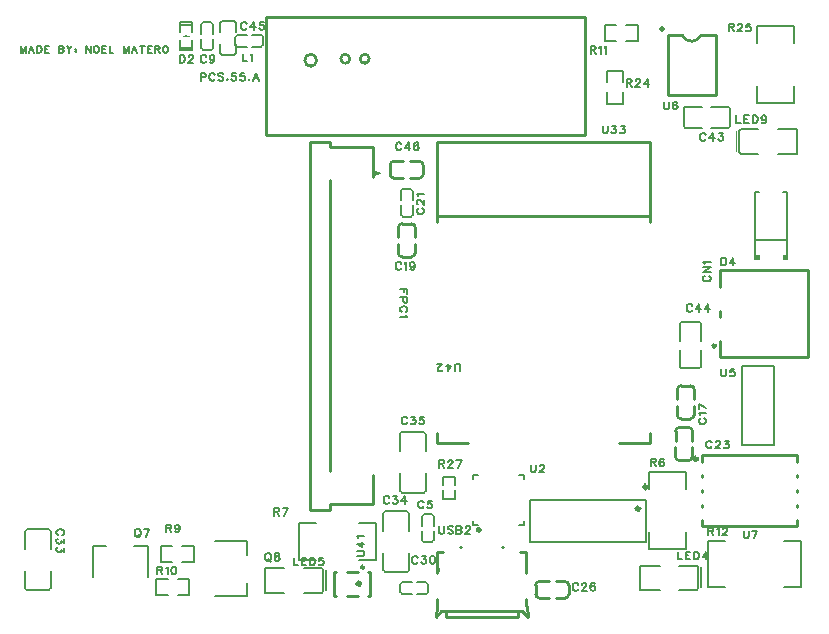
<source format=gto>
G04 Layer: TopSilkscreenLayer*
G04 EasyEDA Pro v2.1.49.573a4102.674264, 2024-03-06 21:11:32*
G04 Gerber Generator version 0.3*
G04 Scale: 100 percent, Rotated: No, Reflected: No*
G04 Dimensions in millimeters*
G04 Leading zeros omitted, absolute positions, 3 integers and 5 decimals*
G04 Panelize: V-CUT, Column: 2, Row: 2, Board Size: 105.286mm x 50.038mm, Panelized Board Size: 174.323mm x 101.42mm, Panelized Method: Only Board Outline*
%FSLAX35Y35*%
%MOMM*%
%ADD10C,0.15*%
%ADD11C,0.1524*%
%ADD12C,0.254*%
%ADD13C,0.2*%
%ADD14C,0.15199*%
%ADD15C,0.051*%
%ADD16C,0.3027*%
%ADD17C,0.3*%
G75*


G04 Text Start*
G54D10*
G01X1938020Y4717288D02*
G01X1938020Y4661662D01*
G01X1938020Y4717288D02*
G01X1959102Y4661662D01*
G01X1980438Y4717288D02*
G01X1959102Y4661662D01*
G01X1980438Y4717288D02*
G01X1980438Y4661662D01*
G01X2029460Y4717288D02*
G01X2008124Y4661662D01*
G01X2029460Y4717288D02*
G01X2050796Y4661662D01*
G01X2016252Y4680204D02*
G01X2042668Y4680204D01*
G01X2078482Y4717288D02*
G01X2078482Y4661662D01*
G01X2078482Y4717288D02*
G01X2097024Y4717288D01*
G01X2105152Y4714748D01*
G01X2110486Y4709414D01*
G01X2113026Y4704080D01*
G01X2115820Y4696206D01*
G01Y4682744D01*
G01X2113026Y4674870D01*
G01X2110486Y4669536D01*
G01X2105152Y4664202D01*
G01X2097024Y4661662D01*
G01X2078482D01*
G01X2143506Y4717288D02*
G01X2143506Y4661662D01*
G01X2143506Y4717288D02*
G01X2178050Y4717288D01*
G01X2143506Y4690872D02*
G01X2164842Y4690872D01*
G01X2143506Y4661662D02*
G01X2178050Y4661662D01*
G01X2265426Y4717288D02*
G01X2265426Y4661662D01*
G01X2265426Y4717288D02*
G01X2289302Y4717288D01*
G01X2297176Y4714748D01*
G01X2299716Y4711954D01*
G01X2302510Y4706874D01*
G01Y4701540D01*
G01X2299716Y4696206D01*
G01X2297176Y4693412D01*
G01X2289302Y4690872D01*
G01X2265426Y4690872D02*
G01X2289302Y4690872D01*
G01X2297176Y4688078D01*
G01X2299716Y4685538D01*
G01X2302510Y4680204D01*
G01Y4672330D01*
G01X2299716Y4666996D01*
G01X2297176Y4664202D01*
G01X2289302Y4661662D01*
G01X2265426D01*
G01X2330196Y4717288D02*
G01X2351532Y4690872D01*
G01Y4661662D01*
G01X2372868Y4717288D02*
G01X2351532Y4690872D01*
G01X2403348Y4693412D02*
G01X2400554Y4690872D01*
G01X2403348Y4688078D01*
G01X2405888Y4690872D01*
G01X2403348Y4693412D01*
G01X2403348Y4674870D02*
G01X2400554Y4672330D01*
G01X2403348Y4669536D01*
G01X2405888Y4672330D01*
G01X2403348Y4674870D01*
G01X2493264Y4717288D02*
G01X2493264Y4661662D01*
G01X2493264Y4717288D02*
G01X2530348Y4661662D01*
G01X2530348Y4717288D02*
G01X2530348Y4661662D01*
G01X2574036Y4717288D02*
G01X2568702Y4714748D01*
G01X2563368Y4709414D01*
G01X2560828Y4704080D01*
G01X2558034Y4696206D01*
G01Y4682744D01*
G01X2560828Y4674870D01*
G01X2563368Y4669536D01*
G01X2568702Y4664202D01*
G01X2574036Y4661662D01*
G01X2584704D01*
G01X2590038Y4664202D01*
G01X2595372Y4669536D01*
G01X2597912Y4674870D01*
G01X2600706Y4682744D01*
G01Y4696206D01*
G01X2597912Y4704080D01*
G01X2595372Y4709414D01*
G01X2590038Y4714748D01*
G01X2584704Y4717288D01*
G01X2574036D01*
G01X2628392Y4717288D02*
G01X2628392Y4661662D01*
G01X2628392Y4717288D02*
G01X2662936Y4717288D01*
G01X2628392Y4690872D02*
G01X2649728Y4690872D01*
G01X2628392Y4661662D02*
G01X2662936Y4661662D01*
G01X2690622Y4717288D02*
G01X2690622Y4661662D01*
G01X2690622Y4661662D02*
G01X2722626Y4661662D01*
G01X2810002Y4717288D02*
G01X2810002Y4661662D01*
G01X2810002Y4717288D02*
G01X2831084Y4661662D01*
G01X2852420Y4717288D02*
G01X2831084Y4661662D01*
G01X2852420Y4717288D02*
G01X2852420Y4661662D01*
G01X2901442Y4717288D02*
G01X2880106Y4661662D01*
G01X2901442Y4717288D02*
G01X2922778Y4661662D01*
G01X2888234Y4680204D02*
G01X2914650Y4680204D01*
G01X2969006Y4717288D02*
G01X2969006Y4661662D01*
G01X2950464Y4717288D02*
G01X2987802Y4717288D01*
G01X3015488Y4717288D02*
G01X3015488Y4661662D01*
G01X3015488Y4717288D02*
G01X3050032Y4717288D01*
G01X3015488Y4690872D02*
G01X3036824Y4690872D01*
G01X3015488Y4661662D02*
G01X3050032Y4661662D01*
G01X3077718Y4717288D02*
G01X3077718Y4661662D01*
G01X3077718Y4717288D02*
G01X3101594Y4717288D01*
G01X3109722Y4714748D01*
G01X3112262Y4711954D01*
G01X3115056Y4706874D01*
G01Y4701540D01*
G01X3112262Y4696206D01*
G01X3109722Y4693412D01*
G01X3101594Y4690872D01*
G01X3077718D01*
G01X3096260Y4690872D02*
G01X3115056Y4661662D01*
G01X3158744Y4717288D02*
G01X3153410Y4714748D01*
G01X3148076Y4709414D01*
G01X3145536Y4704080D01*
G01X3142742Y4696206D01*
G01Y4682744D01*
G01X3145536Y4674870D01*
G01X3148076Y4669536D01*
G01X3153410Y4664202D01*
G01X3158744Y4661662D01*
G01X3169412D01*
G01X3174746Y4664202D01*
G01X3180080Y4669536D01*
G01X3182620Y4674870D01*
G01X3185414Y4682744D01*
G01Y4696206D01*
G01X3182620Y4704080D01*
G01X3180080Y4709414D01*
G01X3174746Y4714748D01*
G01X3169412Y4717288D01*
G01X3158744D01*
G54D11*
G01X5212334Y2659380D02*
G01X5147310Y2659380D01*
G01X5212334Y2659380D02*
G01X5212334Y2619248D01*
G01X5181346Y2659380D02*
G01X5181346Y2634488D01*
G01X5212334Y2589022D02*
G01X5147310Y2589022D01*
G01X5212334Y2589022D02*
G01X5212334Y2561336D01*
G01X5209286Y2551938D01*
G01X5206238Y2548890D01*
G01X5199888Y2545842D01*
G01X5190744D01*
G01X5184648Y2548890D01*
G01X5181346Y2551938D01*
G01X5178298Y2561336D01*
G01Y2589022D01*
G01X5196840Y2469388D02*
G01X5203190Y2472436D01*
G01X5209286Y2478532D01*
G01X5212334Y2484882D01*
G01Y2497074D01*
G01X5209286Y2503424D01*
G01X5203190Y2509520D01*
G01X5196840Y2512568D01*
G01X5187696Y2515616D01*
G01X5172202D01*
G01X5162804Y2512568D01*
G01X5156708Y2509520D01*
G01X5150358Y2503424D01*
G01X5147310Y2497074D01*
G01Y2484882D01*
G01X5150358Y2478532D01*
G01X5156708Y2472436D01*
G01X5162804Y2469388D01*
G01X5199888Y2439162D02*
G01X5203190Y2433066D01*
G01X5212334Y2423922D01*
G01X5147310D01*
G01X6256020Y1173734D02*
G01X6256020Y1127252D01*
G01X6259068Y1118108D01*
G01X6265418Y1111758D01*
G01X6274562Y1108710D01*
G01X6280912D01*
G01X6290056Y1111758D01*
G01X6296152Y1118108D01*
G01X6299454Y1127252D01*
G01Y1173734D01*
G01X6332728Y1158240D02*
G01X6332728Y1161288D01*
G01X6335776Y1167638D01*
G01X6338824Y1170686D01*
G01X6344920Y1173734D01*
G01X6357366D01*
G01X6363716Y1170686D01*
G01X6366764Y1167638D01*
G01X6369812Y1161288D01*
G01Y1155192D01*
G01X6366764Y1149096D01*
G01X6360414Y1139698D01*
G01X6329680Y1108710D01*
G01X6372860D01*
G01X5481320Y653034D02*
G01X5481320Y606552D01*
G01X5484368Y597408D01*
G01X5490718Y591058D01*
G01X5499862Y588010D01*
G01X5506212D01*
G01X5515356Y591058D01*
G01X5521452Y597408D01*
G01X5524754Y606552D01*
G01Y653034D01*
G01X5598160Y643890D02*
G01X5592064Y649986D01*
G01X5582666Y653034D01*
G01X5570220D01*
G01X5561076Y649986D01*
G01X5554980Y643890D01*
G01Y637540D01*
G01X5558028Y631444D01*
G01X5561076Y628396D01*
G01X5567172Y625348D01*
G01X5585714Y618998D01*
G01X5592064Y615950D01*
G01X5595112Y612902D01*
G01X5598160Y606552D01*
G01Y597408D01*
G01X5592064Y591058D01*
G01X5582666Y588010D01*
G01X5570220D01*
G01X5561076Y591058D01*
G01X5554980Y597408D01*
G01X5628386Y653034D02*
G01X5628386Y588010D01*
G01X5628386Y653034D02*
G01X5656072Y653034D01*
G01X5665470Y649986D01*
G01X5668518Y646938D01*
G01X5671566Y640588D01*
G01Y634492D01*
G01X5668518Y628396D01*
G01X5665470Y625348D01*
G01X5656072Y622046D01*
G01X5628386Y622046D02*
G01X5656072Y622046D01*
G01X5665470Y618998D01*
G01X5668518Y615950D01*
G01X5671566Y609854D01*
G01Y600456D01*
G01X5668518Y594360D01*
G01X5665470Y591058D01*
G01X5656072Y588010D01*
G01X5628386D01*
G01X5704840Y637540D02*
G01X5704840Y640588D01*
G01X5707888Y646938D01*
G01X5710936Y649986D01*
G01X5717032Y653034D01*
G01X5729478D01*
G01X5735828Y649986D01*
G01X5738876Y646938D01*
G01X5741924Y640588D01*
G01Y634492D01*
G01X5738876Y628396D01*
G01X5732526Y618998D01*
G01X5701792Y588010D01*
G01X5744972D01*
G01X7731760Y2771902D02*
G01X7725410Y2768854D01*
G01X7719314Y2762504D01*
G01X7716266Y2756408D01*
G01Y2743962D01*
G01X7719314Y2737866D01*
G01X7725410Y2731516D01*
G01X7731760Y2728468D01*
G01X7740904Y2725420D01*
G01X7756398D01*
G01X7765796Y2728468D01*
G01X7771892Y2731516D01*
G01X7778242Y2737866D01*
G01X7781290Y2743962D01*
G01Y2756408D01*
G01X7778242Y2762504D01*
G01X7771892Y2768854D01*
G01X7765796Y2771902D01*
G01X7716266Y2802128D02*
G01X7781290Y2802128D01*
G01X7716266Y2802128D02*
G01X7781290Y2845308D01*
G01X7716266Y2845308D02*
G01X7781290Y2845308D01*
G01X7728712Y2875534D02*
G01X7725410Y2881630D01*
G01X7716266Y2890774D01*
G01X7781290D01*
G01X7868920Y1986534D02*
G01X7868920Y1940052D01*
G01X7871968Y1930908D01*
G01X7878318Y1924558D01*
G01X7887462Y1921510D01*
G01X7893812D01*
G01X7902956Y1924558D01*
G01X7909052Y1930908D01*
G01X7912354Y1940052D01*
G01Y1986534D01*
G01X7979664Y1986534D02*
G01X7948676Y1986534D01*
G01X7945628Y1958848D01*
G01X7948676Y1961896D01*
G01X7957820Y1964944D01*
G01X7967218D01*
G01X7976616Y1961896D01*
G01X7982712Y1955546D01*
G01X7985760Y1946402D01*
G01Y1940052D01*
G01X7982712Y1930908D01*
G01X7976616Y1924558D01*
G01X7967218Y1921510D01*
G01X7957820D01*
G01X7948676Y1924558D01*
G01X7945628Y1927860D01*
G01X7942580Y1933956D01*
G01X7386320Y4247134D02*
G01X7386320Y4200652D01*
G01X7389368Y4191508D01*
G01X7395718Y4185158D01*
G01X7404862Y4182110D01*
G01X7411212D01*
G01X7420356Y4185158D01*
G01X7426452Y4191508D01*
G01X7429754Y4200652D01*
G01Y4247134D01*
G01X7497064Y4237990D02*
G01X7494016Y4244086D01*
G01X7484618Y4247134D01*
G01X7478522D01*
G01X7469124Y4244086D01*
G01X7463028Y4234688D01*
G01X7459980Y4219448D01*
G01Y4203954D01*
G01X7463028Y4191508D01*
G01X7469124Y4185158D01*
G01X7478522Y4182110D01*
G01X7481570D01*
G01X7490714Y4185158D01*
G01X7497064Y4191508D01*
G01X7500112Y4200652D01*
G01Y4203954D01*
G01X7497064Y4213098D01*
G01X7490714Y4219448D01*
G01X7481570Y4222496D01*
G01X7478522D01*
G01X7469124Y4219448D01*
G01X7463028Y4213098D01*
G01X7459980Y4203954D01*
G01X7500620Y437134D02*
G01X7500620Y372110D01*
G01X7500620Y372110D02*
G01X7537704Y372110D01*
G01X7567930Y437134D02*
G01X7567930Y372110D01*
G01X7567930Y437134D02*
G01X7608062Y437134D01*
G01X7567930Y406146D02*
G01X7592568Y406146D01*
G01X7567930Y372110D02*
G01X7608062Y372110D01*
G01X7638288Y437134D02*
G01X7638288Y372110D01*
G01X7638288Y437134D02*
G01X7659878Y437134D01*
G01X7669022Y434086D01*
G01X7675372Y427990D01*
G01X7678420Y421640D01*
G01X7681468Y412496D01*
G01Y397002D01*
G01X7678420Y387604D01*
G01X7675372Y381508D01*
G01X7669022Y375158D01*
G01X7659878Y372110D01*
G01X7638288D01*
G01X7742428Y437134D02*
G01X7711694Y393954D01*
G01X7757922D01*
G01X7742428Y437134D02*
G01X7742428Y372110D01*
G01X7272020Y1224534D02*
G01X7272020Y1159510D01*
G01X7272020Y1224534D02*
G01X7299960Y1224534D01*
G01X7309104Y1221486D01*
G01X7312152Y1218438D01*
G01X7315454Y1212088D01*
G01Y1205992D01*
G01X7312152Y1199896D01*
G01X7309104Y1196848D01*
G01X7299960Y1193546D01*
G01X7272020D01*
G01X7293610Y1193546D02*
G01X7315454Y1159510D01*
G01X7382764Y1215390D02*
G01X7379716Y1221486D01*
G01X7370318Y1224534D01*
G01X7364222D01*
G01X7354824Y1221486D01*
G01X7348728Y1212088D01*
G01X7345680Y1196848D01*
G01Y1181354D01*
G01X7348728Y1168908D01*
G01X7354824Y1162558D01*
G01X7364222Y1159510D01*
G01X7367270D01*
G01X7376414Y1162558D01*
G01X7382764Y1168908D01*
G01X7385812Y1178052D01*
G01Y1181354D01*
G01X7382764Y1190498D01*
G01X7376414Y1196848D01*
G01X7367270Y1199896D01*
G01X7364222D01*
G01X7354824Y1196848D01*
G01X7348728Y1190498D01*
G01X7345680Y1181354D01*
G01X4084320Y805434D02*
G01X4084320Y740410D01*
G01X4084320Y805434D02*
G01X4112260Y805434D01*
G01X4121404Y802386D01*
G01X4124452Y799338D01*
G01X4127754Y792988D01*
G01Y786892D01*
G01X4124452Y780796D01*
G01X4121404Y777748D01*
G01X4112260Y774446D01*
G01X4084320D01*
G01X4105910Y774446D02*
G01X4127754Y740410D01*
G01X4201160Y805434D02*
G01X4170172Y740410D01*
G01X4157980Y805434D02*
G01X4201160Y805434D01*
G01X4249420Y386334D02*
G01X4249420Y321310D01*
G01X4249420Y321310D02*
G01X4286504Y321310D01*
G01X4316730Y386334D02*
G01X4316730Y321310D01*
G01X4316730Y386334D02*
G01X4356862Y386334D01*
G01X4316730Y355346D02*
G01X4341368Y355346D01*
G01X4316730Y321310D02*
G01X4356862Y321310D01*
G01X4387088Y386334D02*
G01X4387088Y321310D01*
G01X4387088Y386334D02*
G01X4408678Y386334D01*
G01X4417822Y383286D01*
G01X4424172Y377190D01*
G01X4427220Y370840D01*
G01X4430268Y361696D01*
G01Y346202D01*
G01X4427220Y336804D01*
G01X4424172Y330708D01*
G01X4417822Y324358D01*
G01X4408678Y321310D01*
G01X4387088D01*
G01X4497578Y386334D02*
G01X4466590Y386334D01*
G01X4463542Y358648D01*
G01X4466590Y361696D01*
G01X4475734Y364744D01*
G01X4485132D01*
G01X4494530Y361696D01*
G01X4500626Y355346D01*
G01X4503674Y346202D01*
G01Y339852D01*
G01X4500626Y330708D01*
G01X4494530Y324358D01*
G01X4485132Y321310D01*
G01X4475734D01*
G01X4466590Y324358D01*
G01X4463542Y327660D01*
G01X4460494Y333756D01*
G01X8059420Y614934D02*
G01X8059420Y568452D01*
G01X8062468Y559308D01*
G01X8068818Y552958D01*
G01X8077962Y549910D01*
G01X8084312D01*
G01X8093456Y552958D01*
G01X8099552Y559308D01*
G01X8102854Y568452D01*
G01Y614934D01*
G01X8176260Y614934D02*
G01X8145272Y549910D01*
G01X8133080Y614934D02*
G01X8176260Y614934D01*
G01X2922524Y628396D02*
G01X2916428Y625348D01*
G01X2910078Y619252D01*
G01X2907030Y612902D01*
G01X2903982Y603758D01*
G01Y588264D01*
G01X2907030Y578866D01*
G01X2910078Y572770D01*
G01X2916428Y566420D01*
G01X2922524Y563372D01*
G01X2934970D01*
G01X2941066Y566420D01*
G01X2947416Y572770D01*
G01X2950464Y578866D01*
G01X2953512Y588264D01*
G01Y603758D01*
G01X2950464Y612902D01*
G01X2947416Y619252D01*
G01X2941066Y625348D01*
G01X2934970Y628396D01*
G01X2922524D01*
G01X2931922Y575818D02*
G01X2950464Y557276D01*
G01X3026918Y628396D02*
G01X2995930Y563372D01*
G01X2983738Y628396D02*
G01X3026918Y628396D01*
G01X3169920Y665734D02*
G01X3169920Y600710D01*
G01X3169920Y665734D02*
G01X3197860Y665734D01*
G01X3207004Y662686D01*
G01X3210052Y659638D01*
G01X3213354Y653288D01*
G01Y647192D01*
G01X3210052Y641096D01*
G01X3207004Y638048D01*
G01X3197860Y634746D01*
G01X3169920D01*
G01X3191510Y634746D02*
G01X3213354Y600710D01*
G01X3283712Y644144D02*
G01X3280664Y634746D01*
G01X3274314Y628650D01*
G01X3265170Y625602D01*
G01X3262122D01*
G01X3252724Y628650D01*
G01X3246628Y634746D01*
G01X3243580Y644144D01*
G01Y647192D01*
G01X3246628Y656590D01*
G01X3252724Y662686D01*
G01X3262122Y665734D01*
G01X3265170D01*
G01X3274314Y662686D01*
G01X3280664Y656590D01*
G01X3283712Y644144D01*
G01Y628650D01*
G01X3280664Y613156D01*
G01X3274314Y603758D01*
G01X3265170Y600710D01*
G01X3258820D01*
G01X3249676Y603758D01*
G01X3246628Y610108D01*
G01X3093720Y310134D02*
G01X3093720Y245110D01*
G01X3093720Y310134D02*
G01X3121660Y310134D01*
G01X3130804Y307086D01*
G01X3133852Y304038D01*
G01X3137154Y297688D01*
G01Y291592D01*
G01X3133852Y285496D01*
G01X3130804Y282448D01*
G01X3121660Y279146D01*
G01X3093720D01*
G01X3115310Y279146D02*
G01X3137154Y245110D01*
G01X3167380Y297688D02*
G01X3173476Y300990D01*
G01X3182620Y310134D01*
G01Y245110D01*
G01X3231388Y310134D02*
G01X3221990Y307086D01*
G01X3215894Y297688D01*
G01X3212846Y282448D01*
G01Y273050D01*
G01X3215894Y257556D01*
G01X3221990Y248158D01*
G01X3231388Y245110D01*
G01X3237484D01*
G01X3246882Y248158D01*
G01X3252978Y257556D01*
G01X3256026Y273050D01*
G01Y282448D01*
G01X3252978Y297688D01*
G01X3246882Y307086D01*
G01X3237484Y310134D01*
G01X3231388D01*
G01X5350002Y853440D02*
G01X5346954Y859790D01*
G01X5340604Y865886D01*
G01X5334508Y868934D01*
G01X5322062D01*
G01X5315966Y865886D01*
G01X5309616Y859790D01*
G01X5306568Y853440D01*
G01X5303520Y844296D01*
G01Y828802D01*
G01X5306568Y819404D01*
G01X5309616Y813308D01*
G01X5315966Y806958D01*
G01X5322062Y803910D01*
G01X5334508D01*
G01X5340604Y806958D01*
G01X5346954Y813308D01*
G01X5350002Y819404D01*
G01X5417312Y868934D02*
G01X5386324Y868934D01*
G01X5383276Y841248D01*
G01X5386324Y844296D01*
G01X5395468Y847344D01*
G01X5404866D01*
G01X5414264Y844296D01*
G01X5420360Y837946D01*
G01X5423408Y828802D01*
G01Y822452D01*
G01X5420360Y813308D01*
G01X5414264Y806958D01*
G01X5404866Y803910D01*
G01X5395468D01*
G01X5386324Y806958D01*
G01X5383276Y810260D01*
G01X5380228Y816356D01*
G01X4026662Y424434D02*
G01X4020566Y421386D01*
G01X4014216Y415290D01*
G01X4011168Y408940D01*
G01X4008120Y399796D01*
G01Y384302D01*
G01X4011168Y374904D01*
G01X4014216Y368808D01*
G01X4020566Y362458D01*
G01X4026662Y359410D01*
G01X4039108D01*
G01X4045204Y362458D01*
G01X4051554Y368808D01*
G01X4054602Y374904D01*
G01X4057650Y384302D01*
G01Y399796D01*
G01X4054602Y408940D01*
G01X4051554Y415290D01*
G01X4045204Y421386D01*
G01X4039108Y424434D01*
G01X4026662D01*
G01X4036060Y371856D02*
G01X4054602Y353314D01*
G01X4103116Y424434D02*
G01X4093972Y421386D01*
G01X4090924Y415290D01*
G01Y408940D01*
G01X4093972Y402844D01*
G01X4100068Y399796D01*
G01X4112514Y396748D01*
G01X4121912Y393446D01*
G01X4128008Y387350D01*
G01X4131056Y381254D01*
G01Y371856D01*
G01X4128008Y365760D01*
G01X4124960Y362458D01*
G01X4115562Y359410D01*
G01X4103116D01*
G01X4093972Y362458D01*
G01X4090924Y365760D01*
G01X4087876Y371856D01*
G01Y381254D01*
G01X4090924Y387350D01*
G01X4097020Y393446D01*
G01X4106418Y396748D01*
G01X4118610Y399796D01*
G01X4124960Y402844D01*
G01X4128008Y408940D01*
G01Y415290D01*
G01X4124960Y421386D01*
G01X4115562Y424434D01*
G01X4103116D01*
G01X6764020Y4717034D02*
G01X6764020Y4652010D01*
G01X6764020Y4717034D02*
G01X6791960Y4717034D01*
G01X6801104Y4713986D01*
G01X6804152Y4710938D01*
G01X6807454Y4704588D01*
G01Y4698492D01*
G01X6804152Y4692396D01*
G01X6801104Y4689348D01*
G01X6791960Y4686046D01*
G01X6764020D01*
G01X6785610Y4686046D02*
G01X6807454Y4652010D01*
G01X6837680Y4704588D02*
G01X6843776Y4707890D01*
G01X6852920Y4717034D01*
G01Y4652010D01*
G01X6883146Y4704588D02*
G01X6889242Y4707890D01*
G01X6898386Y4717034D01*
G01Y4652010D01*
G01X6865620Y4043934D02*
G01X6865620Y3997452D01*
G01X6868668Y3988308D01*
G01X6875018Y3981958D01*
G01X6884162Y3978910D01*
G01X6890512D01*
G01X6899656Y3981958D01*
G01X6905752Y3988308D01*
G01X6909054Y3997452D01*
G01Y4043934D01*
G01X6945376Y4043934D02*
G01X6979412Y4043934D01*
G01X6960870Y4019296D01*
G01X6970014D01*
G01X6976364Y4016248D01*
G01X6979412Y4012946D01*
G01X6982460Y4003802D01*
G01Y3997452D01*
G01X6979412Y3988308D01*
G01X6973316Y3981958D01*
G01X6963918Y3978910D01*
G01X6954520D01*
G01X6945376Y3981958D01*
G01X6942328Y3985260D01*
G01X6939280Y3991356D01*
G01X7018782Y4043934D02*
G01X7052818Y4043934D01*
G01X7034276Y4019296D01*
G01X7043420D01*
G01X7049770Y4016248D01*
G01X7052818Y4012946D01*
G01X7055866Y4003802D01*
G01Y3997452D01*
G01X7052818Y3988308D01*
G01X7046722Y3981958D01*
G01X7037324Y3978910D01*
G01X7027926D01*
G01X7018782Y3981958D01*
G01X7015734Y3985260D01*
G01X7012686Y3991356D01*
G01X3462020Y4488434D02*
G01X3462020Y4423410D01*
G01X3462020Y4488434D02*
G01X3489960Y4488434D01*
G01X3499104Y4485386D01*
G01X3502152Y4482338D01*
G01X3505454Y4475988D01*
G01Y4466844D01*
G01X3502152Y4460748D01*
G01X3499104Y4457446D01*
G01X3489960Y4454398D01*
G01X3462020D01*
G01X3581908Y4472940D02*
G01X3578860Y4479290D01*
G01X3572764Y4485386D01*
G01X3566414Y4488434D01*
G01X3554222D01*
G01X3547872Y4485386D01*
G01X3541776Y4479290D01*
G01X3538728Y4472940D01*
G01X3535680Y4463796D01*
G01Y4448302D01*
G01X3538728Y4438904D01*
G01X3541776Y4432808D01*
G01X3547872Y4426458D01*
G01X3554222Y4423410D01*
G01X3566414D01*
G01X3572764Y4426458D01*
G01X3578860Y4432808D01*
G01X3581908Y4438904D01*
G01X3655314Y4479290D02*
G01X3649218Y4485386D01*
G01X3639820Y4488434D01*
G01X3627374D01*
G01X3618230Y4485386D01*
G01X3612134Y4479290D01*
G01Y4472940D01*
G01X3615182Y4466844D01*
G01X3618230Y4463796D01*
G01X3624326Y4460748D01*
G01X3642868Y4454398D01*
G01X3649218Y4451350D01*
G01X3652266Y4448302D01*
G01X3655314Y4441952D01*
G01Y4432808D01*
G01X3649218Y4426458D01*
G01X3639820Y4423410D01*
G01X3627374D01*
G01X3618230Y4426458D01*
G01X3612134Y4432808D01*
G01X3688588Y4438904D02*
G01X3685540Y4435856D01*
G01X3688588Y4432808D01*
G01X3691636Y4435856D01*
G01X3688588Y4438904D01*
G01X3758946Y4488434D02*
G01X3727958Y4488434D01*
G01X3724910Y4460748D01*
G01X3727958Y4463796D01*
G01X3737102Y4466844D01*
G01X3746500D01*
G01X3755898Y4463796D01*
G01X3761994Y4457446D01*
G01X3765042Y4448302D01*
G01Y4441952D01*
G01X3761994Y4432808D01*
G01X3755898Y4426458D01*
G01X3746500Y4423410D01*
G01X3737102D01*
G01X3727958Y4426458D01*
G01X3724910Y4429760D01*
G01X3721862Y4435856D01*
G01X3832352Y4488434D02*
G01X3801364Y4488434D01*
G01X3798316Y4460748D01*
G01X3801364Y4463796D01*
G01X3810508Y4466844D01*
G01X3819906D01*
G01X3829304Y4463796D01*
G01X3835400Y4457446D01*
G01X3838448Y4448302D01*
G01Y4441952D01*
G01X3835400Y4432808D01*
G01X3829304Y4426458D01*
G01X3819906Y4423410D01*
G01X3810508D01*
G01X3801364Y4426458D01*
G01X3798316Y4429760D01*
G01X3795268Y4435856D01*
G01X3871722Y4438904D02*
G01X3868674Y4435856D01*
G01X3871722Y4432808D01*
G01X3874770Y4435856D01*
G01X3871722Y4438904D01*
G01X3929634Y4488434D02*
G01X3904996Y4423410D01*
G01X3929634Y4488434D02*
G01X3954526Y4423410D01*
G01X3914140Y4445254D02*
G01X3945128Y4445254D01*
G01X3508502Y4625340D02*
G01X3505454Y4631690D01*
G01X3499104Y4637786D01*
G01X3493008Y4640834D01*
G01X3480562D01*
G01X3474466Y4637786D01*
G01X3468116Y4631690D01*
G01X3465068Y4625340D01*
G01X3462020Y4616196D01*
G01Y4600702D01*
G01X3465068Y4591304D01*
G01X3468116Y4585208D01*
G01X3474466Y4578858D01*
G01X3480562Y4575810D01*
G01X3493008D01*
G01X3499104Y4578858D01*
G01X3505454Y4585208D01*
G01X3508502Y4591304D01*
G01X3578860Y4619244D02*
G01X3575812Y4609846D01*
G01X3569462Y4603750D01*
G01X3560318Y4600702D01*
G01X3557270D01*
G01X3547872Y4603750D01*
G01X3541776Y4609846D01*
G01X3538728Y4619244D01*
G01Y4622292D01*
G01X3541776Y4631690D01*
G01X3547872Y4637786D01*
G01X3557270Y4640834D01*
G01X3560318D01*
G01X3569462Y4637786D01*
G01X3575812Y4631690D01*
G01X3578860Y4619244D01*
G01Y4603750D01*
G01X3575812Y4588256D01*
G01X3569462Y4578858D01*
G01X3560318Y4575810D01*
G01X3553968D01*
G01X3544824Y4578858D01*
G01X3541776Y4585208D01*
G01X3817620Y4653534D02*
G01X3817620Y4588510D01*
G01X3817620Y4588510D02*
G01X3854704Y4588510D01*
G01X3884930Y4641088D02*
G01X3891026Y4644390D01*
G01X3900170Y4653534D01*
G01Y4588510D01*
G01X3284220Y4640834D02*
G01X3284220Y4575810D01*
G01X3284220Y4640834D02*
G01X3305810Y4640834D01*
G01X3315208Y4637786D01*
G01X3321304Y4631690D01*
G01X3324352Y4625340D01*
G01X3327654Y4616196D01*
G01Y4600702D01*
G01X3324352Y4591304D01*
G01X3321304Y4585208D01*
G01X3315208Y4578858D01*
G01X3305810Y4575810D01*
G01X3284220D01*
G01X3360928Y4625340D02*
G01X3360928Y4628388D01*
G01X3363976Y4634738D01*
G01X3367024Y4637786D01*
G01X3373120Y4640834D01*
G01X3385566D01*
G01X3391916Y4637786D01*
G01X3394964Y4634738D01*
G01X3398012Y4628388D01*
G01Y4622292D01*
G01X3394964Y4616196D01*
G01X3388614Y4606798D01*
G01X3357880Y4575810D01*
G01X3401060D01*
G01X7998224Y4130017D02*
G01X7998224Y4064993D01*
G01X7998224Y4064993D02*
G01X8035308Y4064993D01*
G01X8065534Y4130017D02*
G01X8065534Y4064993D01*
G01X8065534Y4130017D02*
G01X8105666Y4130017D01*
G01X8065534Y4099029D02*
G01X8090172Y4099029D01*
G01X8065534Y4064993D02*
G01X8105666Y4064993D01*
G01X8135892Y4130017D02*
G01X8135892Y4064993D01*
G01X8135892Y4130017D02*
G01X8157482Y4130017D01*
G01X8166626Y4126969D01*
G01X8172976Y4120873D01*
G01X8176024Y4114523D01*
G01X8179072Y4105379D01*
G01Y4089885D01*
G01X8176024Y4080487D01*
G01X8172976Y4074391D01*
G01X8166626Y4068041D01*
G01X8157482Y4064993D01*
G01X8135892D01*
G01X8249430Y4108427D02*
G01X8246382Y4099029D01*
G01X8240032Y4092933D01*
G01X8230888Y4089885D01*
G01X8227840D01*
G01X8218442Y4092933D01*
G01X8212346Y4099029D01*
G01X8209298Y4108427D01*
G01Y4111475D01*
G01X8212346Y4120873D01*
G01X8218442Y4126969D01*
G01X8227840Y4130017D01*
G01X8230888D01*
G01X8240032Y4126969D01*
G01X8246382Y4120873D01*
G01X8249430Y4108427D01*
G01Y4092933D01*
G01X8246382Y4077439D01*
G01X8240032Y4068041D01*
G01X8230888Y4064993D01*
G01X8224538D01*
G01X8215394Y4068041D01*
G01X8212346Y4074391D01*
G01X7932420Y4907534D02*
G01X7932420Y4842510D01*
G01X7932420Y4907534D02*
G01X7960360Y4907534D01*
G01X7969504Y4904486D01*
G01X7972552Y4901438D01*
G01X7975854Y4895088D01*
G01Y4888992D01*
G01X7972552Y4882896D01*
G01X7969504Y4879848D01*
G01X7960360Y4876546D01*
G01X7932420D01*
G01X7954010Y4876546D02*
G01X7975854Y4842510D01*
G01X8009128Y4892040D02*
G01X8009128Y4895088D01*
G01X8012176Y4901438D01*
G01X8015224Y4904486D01*
G01X8021320Y4907534D01*
G01X8033766D01*
G01X8040116Y4904486D01*
G01X8043164Y4901438D01*
G01X8046212Y4895088D01*
G01Y4888992D01*
G01X8043164Y4882896D01*
G01X8036814Y4873498D01*
G01X8006080Y4842510D01*
G01X8049260D01*
G01X8116570Y4907534D02*
G01X8085582Y4907534D01*
G01X8082534Y4879848D01*
G01X8085582Y4882896D01*
G01X8094726Y4885944D01*
G01X8104124D01*
G01X8113522Y4882896D01*
G01X8119618Y4876546D01*
G01X8122666Y4867402D01*
G01Y4861052D01*
G01X8119618Y4851908D01*
G01X8113522Y4845558D01*
G01X8104124Y4842510D01*
G01X8094726D01*
G01X8085582Y4845558D01*
G01X8082534Y4848860D01*
G01X8079486Y4854956D01*
G01X5159502Y2872740D02*
G01X5156454Y2879090D01*
G01X5150104Y2885186D01*
G01X5144008Y2888234D01*
G01X5131562D01*
G01X5125466Y2885186D01*
G01X5119116Y2879090D01*
G01X5116068Y2872740D01*
G01X5113020Y2863596D01*
G01Y2848102D01*
G01X5116068Y2838704D01*
G01X5119116Y2832608D01*
G01X5125466Y2826258D01*
G01X5131562Y2823210D01*
G01X5144008D01*
G01X5150104Y2826258D01*
G01X5156454Y2832608D01*
G01X5159502Y2838704D01*
G01X5189728Y2875788D02*
G01X5195824Y2879090D01*
G01X5204968Y2888234D01*
G01Y2823210D01*
G01X5275326Y2866644D02*
G01X5272278Y2857246D01*
G01X5265928Y2851150D01*
G01X5256784Y2848102D01*
G01X5253736D01*
G01X5244338Y2851150D01*
G01X5238242Y2857246D01*
G01X5235194Y2866644D01*
G01Y2869692D01*
G01X5238242Y2879090D01*
G01X5244338Y2885186D01*
G01X5253736Y2888234D01*
G01X5256784D01*
G01X5265928Y2885186D01*
G01X5272278Y2879090D01*
G01X5275326Y2866644D01*
G01Y2851150D01*
G01X5272278Y2835656D01*
G01X5265928Y2826258D01*
G01X5256784Y2823210D01*
G01X5250434D01*
G01X5241290Y2826258D01*
G01X5238242Y2832608D01*
G01X7693660Y1565402D02*
G01X7687310Y1562354D01*
G01X7681214Y1556004D01*
G01X7678166Y1549908D01*
G01Y1537462D01*
G01X7681214Y1531366D01*
G01X7687310Y1525016D01*
G01X7693660Y1521968D01*
G01X7702804Y1518920D01*
G01X7718298D01*
G01X7727696Y1521968D01*
G01X7733792Y1525016D01*
G01X7740142Y1531366D01*
G01X7743190Y1537462D01*
G01Y1549908D01*
G01X7740142Y1556004D01*
G01X7733792Y1562354D01*
G01X7727696Y1565402D01*
G01X7690612Y1595628D02*
G01X7687310Y1601724D01*
G01X7678166Y1610868D01*
G01X7743190D01*
G01X7678166Y1684274D02*
G01X7743190Y1653286D01*
G01X7678166Y1641094D02*
G01X7678166Y1684274D01*
G01X7068820Y4437634D02*
G01X7068820Y4372610D01*
G01X7068820Y4437634D02*
G01X7096760Y4437634D01*
G01X7105904Y4434586D01*
G01X7108952Y4431538D01*
G01X7112254Y4425188D01*
G01Y4419092D01*
G01X7108952Y4412996D01*
G01X7105904Y4409948D01*
G01X7096760Y4406646D01*
G01X7068820D01*
G01X7090410Y4406646D02*
G01X7112254Y4372610D01*
G01X7145528Y4422140D02*
G01X7145528Y4425188D01*
G01X7148576Y4431538D01*
G01X7151624Y4434586D01*
G01X7157720Y4437634D01*
G01X7170166D01*
G01X7176516Y4434586D01*
G01X7179564Y4431538D01*
G01X7182612Y4425188D01*
G01Y4419092D01*
G01X7179564Y4412996D01*
G01X7173214Y4403598D01*
G01X7142480Y4372610D01*
G01X7185660D01*
G01X7246620Y4437634D02*
G01X7215886Y4394454D01*
G01X7262114D01*
G01X7246620Y4437634D02*
G01X7246620Y4372610D01*
G01X5306060Y3343402D02*
G01X5299710Y3340354D01*
G01X5293614Y3334004D01*
G01X5290566Y3327908D01*
G01Y3315462D01*
G01X5293614Y3309366D01*
G01X5299710Y3303016D01*
G01X5306060Y3299968D01*
G01X5315204Y3296920D01*
G01X5330698D01*
G01X5340096Y3299968D01*
G01X5346192Y3303016D01*
G01X5352542Y3309366D01*
G01X5355590Y3315462D01*
G01Y3327908D01*
G01X5352542Y3334004D01*
G01X5346192Y3340354D01*
G01X5340096Y3343402D01*
G01X5306060Y3376676D02*
G01X5303012Y3376676D01*
G01X5296662Y3379724D01*
G01X5293614Y3382772D01*
G01X5290566Y3388868D01*
G01Y3401314D01*
G01X5293614Y3407664D01*
G01X5296662Y3410712D01*
G01X5303012Y3413760D01*
G01X5309108D01*
G01X5315204Y3410712D01*
G01X5324602Y3404362D01*
G01X5355590Y3373628D01*
G01Y3416808D01*
G01X5303012Y3447034D02*
G01X5299710Y3453130D01*
G01X5290566Y3462274D01*
G01X5355590D01*
G01X7759786Y640413D02*
G01X7759786Y575389D01*
G01X7759786Y640413D02*
G01X7787726Y640413D01*
G01X7796870Y637365D01*
G01X7799918Y634317D01*
G01X7803220Y627967D01*
G01Y621871D01*
G01X7799918Y615775D01*
G01X7796870Y612727D01*
G01X7787726Y609425D01*
G01X7759786D01*
G01X7781376Y609425D02*
G01X7803220Y575389D01*
G01X7833446Y627967D02*
G01X7839542Y631269D01*
G01X7848686Y640413D01*
G01Y575389D01*
G01X7881960Y624919D02*
G01X7881960Y627967D01*
G01X7885008Y634317D01*
G01X7888056Y637365D01*
G01X7894152Y640413D01*
G01X7906598D01*
G01X7912948Y637365D01*
G01X7915996Y634317D01*
G01X7919044Y627967D01*
G01Y621871D01*
G01X7915996Y615775D01*
G01X7909646Y606377D01*
G01X7878912Y575389D01*
G01X7922092D01*
G01X7788402Y1361440D02*
G01X7785354Y1367790D01*
G01X7779004Y1373886D01*
G01X7772908Y1376934D01*
G01X7760462D01*
G01X7754366Y1373886D01*
G01X7748016Y1367790D01*
G01X7744968Y1361440D01*
G01X7741920Y1352296D01*
G01Y1336802D01*
G01X7744968Y1327404D01*
G01X7748016Y1321308D01*
G01X7754366Y1314958D01*
G01X7760462Y1311910D01*
G01X7772908D01*
G01X7779004Y1314958D01*
G01X7785354Y1321308D01*
G01X7788402Y1327404D01*
G01X7821676Y1361440D02*
G01X7821676Y1364488D01*
G01X7824724Y1370838D01*
G01X7827772Y1373886D01*
G01X7833868Y1376934D01*
G01X7846314D01*
G01X7852664Y1373886D01*
G01X7855712Y1370838D01*
G01X7858760Y1364488D01*
G01Y1358392D01*
G01X7855712Y1352296D01*
G01X7849362Y1342898D01*
G01X7818628Y1311910D01*
G01X7861808D01*
G01X7898130Y1376934D02*
G01X7932166Y1376934D01*
G01X7913624Y1352296D01*
G01X7922768D01*
G01X7929118Y1349248D01*
G01X7932166Y1345946D01*
G01X7935214Y1336802D01*
G01Y1330452D01*
G01X7932166Y1321308D01*
G01X7926070Y1314958D01*
G01X7916672Y1311910D01*
G01X7907274D01*
G01X7898130Y1314958D01*
G01X7895082Y1318260D01*
G01X7892034Y1324356D01*
G01X6658102Y154940D02*
G01X6655054Y161290D01*
G01X6648704Y167386D01*
G01X6642608Y170434D01*
G01X6630162D01*
G01X6624066Y167386D01*
G01X6617716Y161290D01*
G01X6614668Y154940D01*
G01X6611620Y145796D01*
G01Y130302D01*
G01X6614668Y120904D01*
G01X6617716Y114808D01*
G01X6624066Y108458D01*
G01X6630162Y105410D01*
G01X6642608D01*
G01X6648704Y108458D01*
G01X6655054Y114808D01*
G01X6658102Y120904D01*
G01X6691376Y154940D02*
G01X6691376Y157988D01*
G01X6694424Y164338D01*
G01X6697472Y167386D01*
G01X6703568Y170434D01*
G01X6716014D01*
G01X6722364Y167386D01*
G01X6725412Y164338D01*
G01X6728460Y157988D01*
G01Y151892D01*
G01X6725412Y145796D01*
G01X6719062Y136398D01*
G01X6688328Y105410D01*
G01X6731508D01*
G01X6798818Y161290D02*
G01X6795770Y167386D01*
G01X6786372Y170434D01*
G01X6780276D01*
G01X6770878Y167386D01*
G01X6764782Y157988D01*
G01X6761734Y142748D01*
G01Y127254D01*
G01X6764782Y114808D01*
G01X6770878Y108458D01*
G01X6780276Y105410D01*
G01X6783324D01*
G01X6792468Y108458D01*
G01X6798818Y114808D01*
G01X6801866Y123952D01*
G01Y127254D01*
G01X6798818Y136398D01*
G01X6792468Y142748D01*
G01X6783324Y145796D01*
G01X6780276D01*
G01X6770878Y142748D01*
G01X6764782Y136398D01*
G01X6761734Y127254D01*
G01X5299202Y383540D02*
G01X5296154Y389890D01*
G01X5289804Y395986D01*
G01X5283708Y399034D01*
G01X5271262D01*
G01X5265166Y395986D01*
G01X5258816Y389890D01*
G01X5255768Y383540D01*
G01X5252720Y374396D01*
G01Y358902D01*
G01X5255768Y349504D01*
G01X5258816Y343408D01*
G01X5265166Y337058D01*
G01X5271262Y334010D01*
G01X5283708D01*
G01X5289804Y337058D01*
G01X5296154Y343408D01*
G01X5299202Y349504D01*
G01X5335524Y399034D02*
G01X5369560Y399034D01*
G01X5351018Y374396D01*
G01X5360162D01*
G01X5366512Y371348D01*
G01X5369560Y368046D01*
G01X5372608Y358902D01*
G01Y352552D01*
G01X5369560Y343408D01*
G01X5363464Y337058D01*
G01X5354066Y334010D01*
G01X5344668D01*
G01X5335524Y337058D01*
G01X5332476Y340360D01*
G01X5329428Y346456D01*
G01X5421376Y399034D02*
G01X5411978Y395986D01*
G01X5405882Y386588D01*
G01X5402834Y371348D01*
G01Y361950D01*
G01X5405882Y346456D01*
G01X5411978Y337058D01*
G01X5421376Y334010D01*
G01X5427472D01*
G01X5436870Y337058D01*
G01X5442966Y346456D01*
G01X5446014Y361950D01*
G01Y371348D01*
G01X5442966Y386588D01*
G01X5436870Y395986D01*
G01X5427472Y399034D01*
G01X5421376D01*
G01X4782566Y401320D02*
G01X4829048Y401320D01*
G01X4838192Y404368D01*
G01X4844542Y410718D01*
G01X4847590Y419862D01*
G01Y426212D01*
G01X4844542Y435356D01*
G01X4838192Y441452D01*
G01X4829048Y444754D01*
G01X4782566D01*
G01X4782566Y505714D02*
G01X4825746Y474980D01*
G01Y521208D01*
G01X4782566Y505714D02*
G01X4847590Y505714D01*
G01X4795012Y551434D02*
G01X4791710Y557530D01*
G01X4782566Y566674D01*
G01X4847590D01*
G01X5481320Y1211834D02*
G01X5481320Y1146810D01*
G01X5481320Y1211834D02*
G01X5509260Y1211834D01*
G01X5518404Y1208786D01*
G01X5521452Y1205738D01*
G01X5524754Y1199388D01*
G01Y1193292D01*
G01X5521452Y1187196D01*
G01X5518404Y1184148D01*
G01X5509260Y1180846D01*
G01X5481320D01*
G01X5502910Y1180846D02*
G01X5524754Y1146810D01*
G01X5558028Y1196340D02*
G01X5558028Y1199388D01*
G01X5561076Y1205738D01*
G01X5564124Y1208786D01*
G01X5570220Y1211834D01*
G01X5582666D01*
G01X5589016Y1208786D01*
G01X5592064Y1205738D01*
G01X5595112Y1199388D01*
G01Y1193292D01*
G01X5592064Y1187196D01*
G01X5585714Y1177798D01*
G01X5554980Y1146810D01*
G01X5598160D01*
G01X5671566Y1211834D02*
G01X5640578Y1146810D01*
G01X5628386Y1211834D02*
G01X5671566Y1211834D01*
G01X7868920Y2926334D02*
G01X7868920Y2861310D01*
G01X7868920Y2926334D02*
G01X7890510Y2926334D01*
G01X7899908Y2923286D01*
G01X7906004Y2917190D01*
G01X7909052Y2910840D01*
G01X7912354Y2901696D01*
G01Y2886202D01*
G01X7909052Y2876804D01*
G01X7906004Y2870708D01*
G01X7899908Y2864358D01*
G01X7890510Y2861310D01*
G01X7868920D01*
G01X7973314Y2926334D02*
G01X7942580Y2883154D01*
G01X7988808D01*
G01X7973314Y2926334D02*
G01X7973314Y2861310D01*
G01X2291121Y578178D02*
G01X2297471Y581226D01*
G01X2303567Y587576D01*
G01X2306615Y593672D01*
G01Y606118D01*
G01X2303567Y612214D01*
G01X2297471Y618564D01*
G01X2291121Y621612D01*
G01X2281977Y624660D01*
G01X2266483D01*
G01X2257085Y621612D01*
G01X2250989Y618564D01*
G01X2244639Y612214D01*
G01X2241591Y606118D01*
G01Y593672D01*
G01X2244639Y587576D01*
G01X2250989Y581226D01*
G01X2257085Y578178D01*
G01X2306615Y541856D02*
G01X2306615Y507820D01*
G01X2281977Y526362D01*
G01Y517218D01*
G01X2278929Y510868D01*
G01X2275627Y507820D01*
G01X2266483Y504772D01*
G01X2260133D01*
G01X2250989Y507820D01*
G01X2244639Y513916D01*
G01X2241591Y523314D01*
G01Y532712D01*
G01X2244639Y541856D01*
G01X2247941Y544904D01*
G01X2254037Y547952D01*
G01X2306615Y468450D02*
G01X2306615Y434414D01*
G01X2281977Y452956D01*
G01Y443812D01*
G01X2278929Y437462D01*
G01X2275627Y434414D01*
G01X2266483Y431366D01*
G01X2260133D01*
G01X2250989Y434414D01*
G01X2244639Y440510D01*
G01X2241591Y449908D01*
G01Y459306D01*
G01X2244639Y468450D01*
G01X2247941Y471498D01*
G01X2254037Y474546D01*
G01X5057902Y891540D02*
G01X5054854Y897890D01*
G01X5048504Y903986D01*
G01X5042408Y907034D01*
G01X5029962D01*
G01X5023866Y903986D01*
G01X5017516Y897890D01*
G01X5014468Y891540D01*
G01X5011420Y882396D01*
G01Y866902D01*
G01X5014468Y857504D01*
G01X5017516Y851408D01*
G01X5023866Y845058D01*
G01X5029962Y842010D01*
G01X5042408D01*
G01X5048504Y845058D01*
G01X5054854Y851408D01*
G01X5057902Y857504D01*
G01X5094224Y907034D02*
G01X5128260Y907034D01*
G01X5109718Y882396D01*
G01X5118862D01*
G01X5125212Y879348D01*
G01X5128260Y876046D01*
G01X5131308Y866902D01*
G01Y860552D01*
G01X5128260Y851408D01*
G01X5122164Y845058D01*
G01X5112766Y842010D01*
G01X5103368D01*
G01X5094224Y845058D01*
G01X5091176Y848360D01*
G01X5088128Y854456D01*
G01X5192268Y907034D02*
G01X5161534Y863854D01*
G01X5207762D01*
G01X5192268Y907034D02*
G01X5192268Y842010D01*
G01X5210302Y1564640D02*
G01X5207254Y1570990D01*
G01X5200904Y1577086D01*
G01X5194808Y1580134D01*
G01X5182362D01*
G01X5176266Y1577086D01*
G01X5169916Y1570990D01*
G01X5166868Y1564640D01*
G01X5163820Y1555496D01*
G01Y1540002D01*
G01X5166868Y1530604D01*
G01X5169916Y1524508D01*
G01X5176266Y1518158D01*
G01X5182362Y1515110D01*
G01X5194808D01*
G01X5200904Y1518158D01*
G01X5207254Y1524508D01*
G01X5210302Y1530604D01*
G01X5246624Y1580134D02*
G01X5280660Y1580134D01*
G01X5262118Y1555496D01*
G01X5271262D01*
G01X5277612Y1552448D01*
G01X5280660Y1549146D01*
G01X5283708Y1540002D01*
G01Y1533652D01*
G01X5280660Y1524508D01*
G01X5274564Y1518158D01*
G01X5265166Y1515110D01*
G01X5255768D01*
G01X5246624Y1518158D01*
G01X5243576Y1521460D01*
G01X5240528Y1527556D01*
G01X5351018Y1580134D02*
G01X5320030Y1580134D01*
G01X5316982Y1552448D01*
G01X5320030Y1555496D01*
G01X5329174Y1558544D01*
G01X5338572D01*
G01X5347970Y1555496D01*
G01X5354066Y1549146D01*
G01X5357114Y1540002D01*
G01Y1533652D01*
G01X5354066Y1524508D01*
G01X5347970Y1518158D01*
G01X5338572Y1515110D01*
G01X5329174D01*
G01X5320030Y1518158D01*
G01X5316982Y1521460D01*
G01X5313934Y1527556D01*
G01X7737602Y3964940D02*
G01X7734554Y3971290D01*
G01X7728204Y3977386D01*
G01X7722108Y3980434D01*
G01X7709662D01*
G01X7703566Y3977386D01*
G01X7697216Y3971290D01*
G01X7694168Y3964940D01*
G01X7691120Y3955796D01*
G01Y3940302D01*
G01X7694168Y3930904D01*
G01X7697216Y3924808D01*
G01X7703566Y3918458D01*
G01X7709662Y3915410D01*
G01X7722108D01*
G01X7728204Y3918458D01*
G01X7734554Y3924808D01*
G01X7737602Y3930904D01*
G01X7798562Y3980434D02*
G01X7767828Y3937254D01*
G01X7814056D01*
G01X7798562Y3980434D02*
G01X7798562Y3915410D01*
G01X7850378Y3980434D02*
G01X7884414Y3980434D01*
G01X7865872Y3955796D01*
G01X7875016D01*
G01X7881366Y3952748D01*
G01X7884414Y3949446D01*
G01X7887462Y3940302D01*
G01Y3933952D01*
G01X7884414Y3924808D01*
G01X7878318Y3918458D01*
G01X7868920Y3915410D01*
G01X7859522D01*
G01X7850378Y3918458D01*
G01X7847330Y3921760D01*
G01X7844282Y3927856D01*
G01X7623302Y2517140D02*
G01X7620254Y2523490D01*
G01X7613904Y2529586D01*
G01X7607808Y2532634D01*
G01X7595362D01*
G01X7589266Y2529586D01*
G01X7582916Y2523490D01*
G01X7579868Y2517140D01*
G01X7576820Y2507996D01*
G01Y2492502D01*
G01X7579868Y2483104D01*
G01X7582916Y2477008D01*
G01X7589266Y2470658D01*
G01X7595362Y2467610D01*
G01X7607808D01*
G01X7613904Y2470658D01*
G01X7620254Y2477008D01*
G01X7623302Y2483104D01*
G01X7684262Y2532634D02*
G01X7653528Y2489454D01*
G01X7699756D01*
G01X7684262Y2532634D02*
G01X7684262Y2467610D01*
G01X7760716Y2532634D02*
G01X7729982Y2489454D01*
G01X7776210D01*
G01X7760716Y2532634D02*
G01X7760716Y2467610D01*
G01X3851402Y4904740D02*
G01X3848354Y4911090D01*
G01X3842004Y4917186D01*
G01X3835908Y4920234D01*
G01X3823462D01*
G01X3817366Y4917186D01*
G01X3811016Y4911090D01*
G01X3807968Y4904740D01*
G01X3804920Y4895596D01*
G01Y4880102D01*
G01X3807968Y4870704D01*
G01X3811016Y4864608D01*
G01X3817366Y4858258D01*
G01X3823462Y4855210D01*
G01X3835908D01*
G01X3842004Y4858258D01*
G01X3848354Y4864608D01*
G01X3851402Y4870704D01*
G01X3912362Y4920234D02*
G01X3881628Y4877054D01*
G01X3927856D01*
G01X3912362Y4920234D02*
G01X3912362Y4855210D01*
G01X3995166Y4920234D02*
G01X3964178Y4920234D01*
G01X3961130Y4892548D01*
G01X3964178Y4895596D01*
G01X3973322Y4898644D01*
G01X3982720D01*
G01X3992118Y4895596D01*
G01X3998214Y4889246D01*
G01X4001262Y4880102D01*
G01Y4873752D01*
G01X3998214Y4864608D01*
G01X3992118Y4858258D01*
G01X3982720Y4855210D01*
G01X3973322D01*
G01X3964178Y4858258D01*
G01X3961130Y4861560D01*
G01X3958082Y4867656D01*
G01X5162104Y3885742D02*
G01X5159056Y3892092D01*
G01X5152706Y3898188D01*
G01X5146610Y3901236D01*
G01X5134164D01*
G01X5128068Y3898188D01*
G01X5121718Y3892092D01*
G01X5118670Y3885742D01*
G01X5115622Y3876598D01*
G01Y3861104D01*
G01X5118670Y3851706D01*
G01X5121718Y3845610D01*
G01X5128068Y3839260D01*
G01X5134164Y3836212D01*
G01X5146610D01*
G01X5152706Y3839260D01*
G01X5159056Y3845610D01*
G01X5162104Y3851706D01*
G01X5223064Y3901236D02*
G01X5192330Y3858056D01*
G01X5238558D01*
G01X5223064Y3901236D02*
G01X5223064Y3836212D01*
G01X5305868Y3892092D02*
G01X5302820Y3898188D01*
G01X5293422Y3901236D01*
G01X5287326D01*
G01X5277928Y3898188D01*
G01X5271832Y3888790D01*
G01X5268784Y3873550D01*
G01Y3858056D01*
G01X5271832Y3845610D01*
G01X5277928Y3839260D01*
G01X5287326Y3836212D01*
G01X5290374D01*
G01X5299518Y3839260D01*
G01X5305868Y3845610D01*
G01X5308916Y3854754D01*
G01Y3858056D01*
G01X5305868Y3867200D01*
G01X5299518Y3873550D01*
G01X5290374Y3876598D01*
G01X5287326D01*
G01X5277928Y3873550D01*
G01X5271832Y3867200D01*
G01X5268784Y3858056D01*
G01X5658866Y1963166D02*
G01X5658866Y2009648D01*
G01X5655818Y2018792D01*
G01X5649468Y2025142D01*
G01X5640324Y2028190D01*
G01X5633974D01*
G01X5624830Y2025142D01*
G01X5618734Y2018792D01*
G01X5615432Y2009648D01*
G01Y1963166D01*
G01X5554472Y1963166D02*
G01X5585206Y2006346D01*
G01X5538978D01*
G01X5554472Y1963166D02*
G01X5554472Y2028190D01*
G01X5505704Y1978660D02*
G01X5505704Y1975612D01*
G01X5502656Y1969262D01*
G01X5499608Y1966214D01*
G01X5493512Y1963166D01*
G01X5481066D01*
G01X5474716Y1966214D01*
G01X5471668Y1969262D01*
G01X5468620Y1975612D01*
G01Y1981708D01*
G01X5471668Y1987804D01*
G01X5478018Y1997202D01*
G01X5508752Y2028190D01*
G01X5465572D01*
G04 Text End*

G04 PolygonModel Start*
G54D12*
G01X4561401Y839498D02*
G01X4921400Y839498D01*
G01X4921400Y839498D02*
G01X4921400Y1019505D01*
G01X4561401Y839498D02*
G01X4561403Y789498D01*
G01X4921364Y1086307D02*
G01X4921364Y1019505D01*
G01X4921364Y3679393D02*
G01X4921364Y3612591D01*
G01X4921402Y3679497D02*
G01X4921400Y3859502D01*
G01X4561401Y3859502D02*
G01X4921402Y3859502D01*
G01X4391401Y3909497D02*
G01X4561403Y3909497D01*
G01X4561403Y3909497D02*
G01X4561401Y3859502D01*
G01X4391401Y789498D02*
G01X4561403Y789498D01*
G01X4561403Y3581992D02*
G01X4561403Y1117003D01*
G01X4391401Y789498D02*
G01X4391401Y3909497D01*
G36*
G01X5001402Y3639497D02*
G01X4941402Y3619497D01*
G01Y3659497D01*
G01X5001402Y3639497D01*
G37*
G54D13*
G01X6198147Y700127D02*
G01X6198147Y660117D01*
G01X6198147Y660117D02*
G01X6158145Y660117D01*
G01X5808130Y660117D02*
G01X5768133Y660117D01*
G01X5768133Y660117D02*
G01X5768133Y700127D01*
G01X5768133Y1050134D02*
G01X5768133Y1090144D01*
G01X5768133Y1090144D02*
G01X5808130Y1090144D01*
G01X6198147Y1050134D02*
G01X6198147Y1090144D01*
G01X6198147Y1090144D02*
G01X6158145Y1090144D01*
G36*
G01X5842189Y621255D02*
G03X5842189Y621001I-25400J-127D01*
G01Y621255D01*
G37*
G54D12*
G01X6220998Y33619D02*
G01X6220998Y-25629D01*
G01X6169378Y435801D02*
G01X6220998Y435801D01*
G01X6220998Y435801D02*
G01X6220998Y256718D01*
G01X5467454Y257452D02*
G01X5467454Y435801D01*
G01X5467454Y435801D02*
G01X5514630Y435801D01*
G01X5467454Y-26723D02*
G01X5467454Y32885D01*
G01X5542001Y-66698D02*
G01X5497002Y-68697D01*
G01X5497002Y-68697D02*
G01X5455001Y-118199D01*
G01X5455001Y-118199D02*
G01X5467454Y-26723D01*
G01X5542001Y-66698D02*
G01X6151999Y-66698D01*
G01X6151999Y-66698D02*
G01X6181999Y-66698D01*
G01X6181999Y-66698D02*
G01X6234999Y-114198D01*
G01X6234999Y-114198D02*
G01X6221999Y-25629D01*
G01X5542001Y-66698D02*
G01X5542001Y-116698D01*
G01X5542001Y-116698D02*
G01X6150999Y-119697D01*
G01X6150999Y-119697D02*
G01X6151999Y-66698D01*
G01X5468729Y277284D02*
G01X5468813Y294742D01*
G01X5468501Y277249D02*
G01X5468871Y298026D01*
G01X6015114Y474121D02*
G01X6021898Y474096D01*
G01X5660641Y475529D02*
G01X5668889Y475496D01*
G01X7861300Y2681224D02*
G01X7861300Y2821102D01*
G01X7861300Y2821102D02*
G01X8601304Y2821102D01*
G01X8601304Y2821102D02*
G01X8601304Y2081098D01*
G01X7861300Y2427214D02*
G01X7861300Y2474986D01*
G01X8601301Y2081101D02*
G01X7861300Y2081101D01*
G01X7861300Y2081101D02*
G01X7861300Y2220986D01*
G54D11*
G01X8041660Y1343779D02*
G01X8041660Y2009021D01*
G01X8041660Y2009021D02*
G01X8315940Y2009021D01*
G01X8315940Y2009021D02*
G01X8315940Y1343779D01*
G01X8315940Y1343779D02*
G01X8041660Y1343779D01*
G54D12*
G01X7825003Y4814291D02*
G01X7825003Y4304284D01*
G01X7825003Y4304309D02*
G01X7414997Y4304309D01*
G01X7414997Y4304309D02*
G01X7414997Y4814316D01*
G01X7700010Y4814291D02*
G01X7825003Y4814291D01*
G01X7539990Y4814291D02*
G01X7414997Y4814291D01*
G01X7700010Y4809287D02*
G02X7539990Y4809287I-80010J37529D01*
G54D11*
G01X7348289Y318596D02*
G01X7184547Y318596D01*
G01X7184547Y318596D02*
G01X7184547Y110870D01*
G01X7184547Y110870D02*
G01X7348289Y110870D01*
G01X7513526Y318596D02*
G01X7662024Y318596D01*
G01X7662024Y318596D02*
G01X7677267Y303353D01*
G01X7677267Y303353D02*
G01X7677267Y126112D01*
G01X7677267Y126112D02*
G01X7662024Y110870D01*
G01X7662024Y110870D02*
G01X7513526Y110870D01*
G36*
G01X7692509Y303356D02*
G01X7692509Y126115D01*
G01X7707749D01*
G01Y303356D01*
G01X7692509D01*
G37*
G01X7258939Y604779D02*
G01X7258939Y461287D01*
G01X7258939Y461287D02*
G01X7574661Y461287D01*
G01X7574661Y461287D02*
G01X7574661Y604779D01*
G01X7258939Y970021D02*
G01X7258939Y1113513D01*
G01X7258939Y1113513D02*
G01X7574661Y1113513D01*
G01X7574661Y1113513D02*
G01X7574661Y970021D01*
G01X4805421Y362839D02*
G01X4948913Y362839D01*
G01X4948913Y362839D02*
G01X4948913Y678561D01*
G01X4948913Y678561D02*
G01X4805421Y678561D01*
G01X4440179Y362839D02*
G01X4296687Y362839D01*
G01X4296687Y362839D02*
G01X4296687Y678561D01*
G01X4296687Y678561D02*
G01X4440179Y678561D01*
G01X4171881Y294363D02*
G01X4008140Y294363D01*
G01X4008140Y294363D02*
G01X4008140Y86637D01*
G01X4008140Y86637D02*
G01X4171881Y86637D01*
G01X4337119Y294363D02*
G01X4485617Y294363D01*
G01X4485617Y294363D02*
G01X4500860Y279121D01*
G01X4500860Y279121D02*
G01X4500860Y101879D01*
G01X4500860Y101879D02*
G01X4485617Y86637D01*
G01X4485617Y86637D02*
G01X4337119Y86637D01*
G36*
G01X4516102Y279123D02*
G01X4516102Y101882D01*
G01X4531342D01*
G01Y279123D01*
G01X4516102D01*
G37*
G54D12*
G01X7709150Y1195925D02*
G01X7709150Y1252310D01*
G01X7709150Y1252310D02*
G01X8504150Y1252310D01*
G01X7709150Y1068925D02*
G01X7709150Y1089697D01*
G01X7709150Y941925D02*
G01X7709150Y962697D01*
G01X7709150Y814925D02*
G01X7709150Y835697D01*
G01X8509149Y708697D02*
G01X8509149Y652311D01*
G01X8509149Y652311D02*
G01X7709150Y652311D01*
G01X7709150Y652311D02*
G01X7709150Y708697D01*
G01X8509149Y835697D02*
G01X8509149Y814925D01*
G01X8509149Y962697D02*
G01X8509149Y941925D01*
G01X8509149Y1089697D02*
G01X8509149Y1068925D01*
G01X8509149Y1252310D02*
G01X8509149Y1195925D01*
G54D11*
G01X3013931Y221851D02*
G01X3013931Y487088D01*
G01X3013931Y487088D02*
G01X2899049Y487088D01*
G01X2548694Y221851D02*
G01X2548694Y487088D01*
G01X2548694Y487088D02*
G01X2663576Y487088D01*
G01X3306521Y353040D02*
G01X3402409Y353040D01*
G01X3402409Y353040D02*
G01X3402409Y485160D01*
G01X3402409Y485160D02*
G01X3306521Y485160D01*
G01X3221279Y353040D02*
G01X3125391Y353040D01*
G01X3125391Y353040D02*
G01X3125391Y485160D01*
G01X3125391Y485160D02*
G01X3221279Y485160D01*
G01X3183179Y205760D02*
G01X3087291Y205760D01*
G01X3087291Y205760D02*
G01X3087291Y73640D01*
G01X3087291Y73640D02*
G01X3183179Y73640D01*
G01X3268421Y205760D02*
G01X3364309Y205760D01*
G01X3364309Y205760D02*
G01X3364309Y73640D01*
G01X3364309Y73640D02*
G01X3268421Y73640D01*
G01X5434660Y533370D02*
G01X5434660Y612379D01*
G01X5334940Y612379D02*
G01X5334940Y533370D01*
G01X5350180Y518130D02*
G01X5419420Y518130D01*
G01X5434660Y736630D02*
G01X5434660Y657621D01*
G01X5334940Y657621D02*
G01X5334940Y736630D01*
G01X5350180Y751870D02*
G01X5419420Y751870D01*
G01X5334940Y533370D02*
G03X5350180Y518130I15240J0D01*
G01X5419420Y518130D02*
G03X5434660Y533370I0J15240D01*
G01X5334940Y736630D02*
G02X5350180Y751870I15240J0D01*
G01X5419420Y751870D02*
G02X5434660Y736630I0J-15240D01*
G01X3587351Y59469D02*
G01X3852588Y59469D01*
G01X3852588Y59469D02*
G01X3852588Y174351D01*
G01X3587351Y524706D02*
G01X3852588Y524706D01*
G01X3852588Y524706D02*
G01X3852588Y409824D01*
G01X7065721Y4759940D02*
G01X7161609Y4759940D01*
G01X7161609Y4759940D02*
G01X7161609Y4892060D01*
G01X7161609Y4892060D02*
G01X7065721Y4892060D01*
G01X6980479Y4759940D02*
G01X6884591Y4759940D01*
G01X6884591Y4759940D02*
G01X6884591Y4892060D01*
G01X6884591Y4892060D02*
G01X6980479Y4892060D01*
G54D12*
G01X7262708Y3908252D02*
G01X7262708Y3261662D01*
G01X5462707Y3908252D02*
G01X5462707Y3263255D01*
G01X7262708Y3908252D02*
G01X5462707Y3908252D01*
G01X7262708Y3279856D02*
G01X5462707Y3279856D01*
G01X7264408Y3228970D02*
G01X7264408Y3279856D01*
G01X7002323Y1358255D02*
G01X7264408Y1358255D01*
G01X7264408Y1358255D02*
G01X7264408Y1441734D01*
G01X5462707Y1441734D02*
G01X5462707Y1358255D01*
G01X5462707Y1358255D02*
G01X5723095Y1358255D01*
G01X5462707Y3279856D02*
G01X5462707Y3228970D01*
G01X4031884Y4965700D02*
G01X6708889Y4965700D01*
G01X6713906Y4965700D02*
G01X6708889Y4965700D01*
G01X4012994Y4965700D02*
G01X4044584Y4965700D01*
G01X4012994Y4965700D02*
G01X4012994Y3962400D01*
G01X6718300D01*
G01Y4965700D01*
G54D11*
G01X3468040Y4902230D02*
G01X3468040Y4823221D01*
G01X3567760Y4823221D02*
G01X3567760Y4902230D01*
G01X3552520Y4917470D02*
G01X3483280Y4917470D01*
G01X3468040Y4698970D02*
G01X3468040Y4777979D01*
G01X3567760Y4777979D02*
G01X3567760Y4698970D01*
G01X3552520Y4683730D02*
G01X3483280Y4683730D01*
G01X3567760Y4902230D02*
G03X3552520Y4917470I-15240J0D01*
G01X3483280Y4917470D02*
G03X3468040Y4902230I0J-15240D01*
G01X3567760Y4698970D02*
G02X3552520Y4683730I-15240J0D01*
G01X3483280Y4683730D02*
G02X3468040Y4698970I0J15240D01*
G54D14*
G01X3760848Y4660732D02*
G01X3760848Y4736932D01*
G01X3760848Y4913734D02*
G01X3760848Y4837534D01*
G01X3628728Y4913734D02*
G01X3628728Y4837534D01*
G54D11*
G01X3628728Y4913734D02*
G01X3643970Y4928964D01*
G01X3643970Y4928964D02*
G01X3745614Y4928964D01*
G01X3745614Y4928964D02*
G01X3760848Y4913734D01*
G54D14*
G01X3628728Y4660732D02*
G01X3628728Y4736932D01*
G54D11*
G01X3760848Y4660732D02*
G01X3745614Y4645490D01*
G01X3745614Y4645490D02*
G01X3643970Y4645490D01*
G01X3643970Y4645490D02*
G01X3628728Y4660732D01*
G54D14*
G01X3289706Y4898073D02*
G01X3289706Y4918393D01*
G01X3289706Y4918393D02*
G01X3390900Y4918393D01*
G01X3390900Y4918393D02*
G01X3390509Y4898730D01*
G54D11*
G01X3390509Y4898730D02*
G01X3289706Y4898730D01*
G01X3289706Y4898730D02*
G01X3289706Y4832970D01*
G54D14*
G01X3289706Y4898730D02*
G01X3289706Y4917597D01*
G54D11*
G01X3390509Y4832970D02*
G01X3390509Y4898730D01*
G01X3390509Y4898730D02*
G01X3289706Y4898730D01*
G01X3289706Y4898730D02*
G01X3289706Y4832970D01*
G01X3289691Y4768230D02*
G01X3289691Y4702472D01*
G01X3289691Y4702472D02*
G01X3390496Y4702472D01*
G01X3390496Y4702472D02*
G01X3390496Y4768230D01*
G54D14*
G01X3390496Y4702472D02*
G01X3390496Y4683600D01*
G01X3390496Y4683600D02*
G01X3290100Y4683600D01*
G01X3290100Y4683600D02*
G01X3290100Y4715911D01*
G54D15*
G01X3365500Y4800613D02*
G01X3314700Y4800613D01*
G36*
G01X3340100Y4800613D02*
G01X3359099Y4790605D01*
G01X3321101D01*
G01X3340100Y4800613D01*
G37*
G36*
G01X3339120Y4800613D02*
G01X3321101Y4811611D01*
G01X3339099Y4811613D01*
G01X3359099Y4811611D01*
G01X3339120Y4800613D01*
G37*
G54D11*
G01X8350319Y3807737D02*
G01X8514060Y3807737D01*
G01X8514060Y3807737D02*
G01X8514060Y4015463D01*
G01X8514060Y4015463D02*
G01X8350319Y4015463D01*
G01X8185081Y3807737D02*
G01X8036583Y3807737D01*
G01X8036583Y3807737D02*
G01X8021340Y3822979D01*
G01X8021340Y3822979D02*
G01X8021340Y4000221D01*
G01X8021340Y4000221D02*
G01X8036583Y4015463D01*
G01X8036583Y4015463D02*
G01X8185081Y4015463D01*
G36*
G01X8006098Y3822977D02*
G01X8006098Y4000218D01*
G01X7990858D01*
G01Y3822977D01*
G01X8006098D01*
G37*
G01X8173339Y4376679D02*
G01X8173339Y4233187D01*
G01X8173339Y4233187D02*
G01X8489061Y4233187D01*
G01X8489061Y4233187D02*
G01X8489061Y4376679D01*
G01X8173339Y4741921D02*
G01X8173339Y4885413D01*
G01X8173339Y4885413D02*
G01X8489061Y4885413D01*
G01X8489061Y4885413D02*
G01X8489061Y4741921D01*
G54D12*
G01X5246977Y2934399D02*
G01X5166975Y2934399D01*
G01X5277963Y3045374D02*
G01X5277963Y2965376D01*
G01X5135997Y3045374D02*
G01X5135997Y2965376D01*
G01X5278544Y3102963D02*
G01X5278544Y3182963D01*
G01X5247561Y3213946D02*
G01X5167564Y3213946D01*
G01X5136584Y3102963D02*
G01X5136584Y3182963D01*
G01X5247561Y3213951D02*
G02X5278544Y3182968I0J-30983D01*
G01X5136579Y3182968D02*
G02X5167564Y3213951I30983J0D01*
G01X5277963Y2965381D02*
G02X5246977Y2934399I-30983J-0D01*
G01X5166980Y2934399D02*
G02X5135997Y2965381I0J30983D01*
G01X7609177Y1562799D02*
G01X7529175Y1562799D01*
G01X7640163Y1673774D02*
G01X7640163Y1593776D01*
G01X7498197Y1673774D02*
G01X7498197Y1593776D01*
G01X7640744Y1731363D02*
G01X7640744Y1811363D01*
G01X7609761Y1842346D02*
G01X7529764Y1842346D01*
G01X7498784Y1731363D02*
G01X7498784Y1811363D01*
G01X7609761Y1842351D02*
G02X7640744Y1811368I0J-30983D01*
G01X7498779Y1811368D02*
G02X7529764Y1842351I30983J0D01*
G01X7640163Y1593781D02*
G02X7609177Y1562799I-30983J-0D01*
G01X7529180Y1562799D02*
G02X7498197Y1593781I0J30983D01*
G54D11*
G01X7038360Y4411421D02*
G01X7038360Y4507309D01*
G01X7038360Y4507309D02*
G01X6906240Y4507309D01*
G01X6906240Y4507309D02*
G01X6906240Y4411421D01*
G01X7038360Y4326179D02*
G01X7038360Y4230291D01*
G01X7038360Y4230291D02*
G01X6906240Y4230291D01*
G01X6906240Y4230291D02*
G01X6906240Y4326179D01*
G01X5256860Y3289270D02*
G01X5256860Y3368279D01*
G01X5157140Y3368279D02*
G01X5157140Y3289270D01*
G01X5172380Y3274030D02*
G01X5241620Y3274030D01*
G01X5256860Y3492530D02*
G01X5256860Y3413521D01*
G01X5157140Y3413521D02*
G01X5157140Y3492530D01*
G01X5172380Y3507770D02*
G01X5241620Y3507770D01*
G01X5157140Y3289270D02*
G03X5172380Y3274030I15240J0D01*
G01X5241620Y3274030D02*
G03X5256860Y3289270I0J15240D01*
G01X5157140Y3492530D02*
G02X5172380Y3507770I15240J0D01*
G01X5241620Y3507770D02*
G02X5256860Y3492530I0J-15240D01*
G01X8403519Y134541D02*
G01X8547014Y134541D01*
G01X8547014Y134541D02*
G01X8547014Y525859D01*
G01X8547014Y525859D02*
G01X8403519Y525859D01*
G01X7903281Y134541D02*
G01X7759786Y134541D01*
G01X7759786Y134541D02*
G01X7759786Y525859D01*
G01X7759786Y525859D02*
G01X7903281Y525859D01*
G54D12*
G01X7593280Y1208846D02*
G01X7513278Y1208846D01*
G01X7624266Y1319821D02*
G01X7624266Y1239824D01*
G01X7482300Y1319821D02*
G01X7482300Y1239824D01*
G01X7624848Y1377410D02*
G01X7624848Y1457410D01*
G01X7593865Y1488393D02*
G01X7513867Y1488393D01*
G01X7482887Y1377410D02*
G01X7482887Y1457410D01*
G01X7593865Y1488398D02*
G02X7624848Y1457415I0J-30983D01*
G01X7482882Y1457415D02*
G02X7513867Y1488398I30983J0D01*
G01X7624266Y1239829D02*
G02X7593280Y1208846I-30983J-0D01*
G01X7513283Y1208846D02*
G02X7482300Y1239829I0J30983D01*
G01X6577902Y154277D02*
G01X6577902Y74275D01*
G01X6466926Y185263D02*
G01X6546924Y185263D01*
G01X6466926Y43297D02*
G01X6546924Y43297D01*
G01X6409337Y185844D02*
G01X6329337Y185844D01*
G01X6298354Y154861D02*
G01X6298354Y74864D01*
G01X6409337Y43884D02*
G01X6329337Y43884D01*
G01X6298349Y154861D02*
G02X6329332Y185844I30983J0D01*
G01X6329332Y43879D02*
G02X6298349Y74864I-0J30983D01*
G01X6546919Y185263D02*
G02X6577902Y154277I0J-30983D01*
G01X6577902Y74280D02*
G02X6546919Y43297I-30983J0D01*
G54D11*
G01X5168870Y77140D02*
G01X5247879Y77140D01*
G01X5247879Y176860D02*
G01X5168870Y176860D01*
G01X5153630Y161620D02*
G01X5153630Y92380D01*
G01X5372130Y77140D02*
G01X5293121Y77140D01*
G01X5293121Y176860D02*
G01X5372130Y176860D01*
G01X5387370Y161620D02*
G01X5387370Y92380D01*
G01X5168870Y176860D02*
G03X5153630Y161620I0J-15240D01*
G01X5153630Y92380D02*
G03X5168870Y77140I15240J0D01*
G01X5372130Y176860D02*
G02X5387370Y161620I0J-15240D01*
G01X5387370Y92380D02*
G02X5372130Y77140I-15240J0D01*
G54D12*
G01X4791639Y65100D02*
G01X4697562Y65100D01*
G01X4607641Y65100D02*
G01X4592201Y65100D01*
G01X4607695Y265176D02*
G01X4592201Y265176D01*
G01X4592201Y265176D02*
G01X4592201Y65024D01*
G01X4791639Y265100D02*
G01X4697562Y265100D01*
G01X4897001Y265100D02*
G01X4881560Y265100D01*
G01X4897001Y265100D02*
G01X4897001Y65100D01*
G01X4897001Y65100D02*
G01X4881560Y65100D01*
G54D11*
G01X5612460Y955279D02*
G01X5612460Y883476D01*
G01X5612460Y883476D02*
G01X5512740Y883476D01*
G01X5512740Y883476D02*
G01X5512740Y955279D01*
G01X5612460Y1000521D02*
G01X5612460Y1072325D01*
G01X5612460Y1072325D02*
G01X5512740Y1072325D01*
G01X5512740Y1072325D02*
G01X5512740Y1000521D01*
G01X8156727Y2942981D02*
G01X8156727Y3483214D01*
G01X8429468Y2942981D02*
G01X8429468Y3483214D01*
G01X8156727Y3079201D02*
G01X8429468Y3079201D01*
G01X8156727Y3483214D02*
G01X8191777Y3483214D01*
G01X8429468Y3483214D02*
G01X8394418Y3483214D01*
G36*
G01X8437090Y2950601D02*
G01X8389341Y2950601D01*
G01Y2904881D01*
G01X8437090D01*
G01Y2950601D01*
G37*
G36*
G01X8149110Y2950601D02*
G01X8196859Y2950601D01*
G01Y2904881D01*
G01X8149110D01*
G01Y2950601D01*
G37*
G01X2192061Y127180D02*
G01X2192061Y275679D01*
G01X1973539Y275679D02*
G01X1973539Y127180D01*
G01X1988779Y111940D02*
G01X2176821Y111940D01*
G01X2192061Y609420D02*
G01X2192061Y460921D01*
G01X1973539Y460921D02*
G01X1973539Y609420D01*
G01X1988779Y624660D02*
G01X2176821Y624660D01*
G01X1973539Y127180D02*
G03X1988779Y111940I15240J0D01*
G01X2176821Y111940D02*
G03X2192061Y127180I0J15240D01*
G01X1973539Y609420D02*
G02X1988779Y624660I15240J0D01*
G01X2176821Y624660D02*
G02X2192061Y609420I0J-15240D01*
G01X5008839Y761820D02*
G01X5008839Y613321D01*
G01X5227361Y613321D02*
G01X5227361Y761820D01*
G01X5212121Y777060D02*
G01X5024079Y777060D01*
G01X5008839Y279580D02*
G01X5008839Y428079D01*
G01X5227361Y428079D02*
G01X5227361Y279580D01*
G01X5212121Y264340D02*
G01X5024079Y264340D01*
G01X5227361Y761820D02*
G03X5212121Y777060I-15240J0D01*
G01X5024079Y777060D02*
G03X5008839Y761820I0J-15240D01*
G01X5227361Y279580D02*
G02X5212121Y264340I-15240J0D01*
G01X5024079Y264340D02*
G02X5008839Y279580I0J15240D01*
G01X5367061Y952680D02*
G01X5367061Y1101179D01*
G01X5148539Y1101179D02*
G01X5148539Y952680D01*
G01X5163779Y937440D02*
G01X5351821Y937440D01*
G01X5367061Y1434920D02*
G01X5367061Y1286421D01*
G01X5148539Y1286421D02*
G01X5148539Y1434920D01*
G01X5163779Y1450160D02*
G01X5351821Y1450160D01*
G01X5148539Y952680D02*
G03X5163779Y937440I15240J0D01*
G01X5351821Y937440D02*
G03X5367061Y952680I0J15240D01*
G01X5148539Y1434920D02*
G02X5163779Y1450160I15240J0D01*
G01X5351821Y1450160D02*
G02X5367061Y1434920I0J-15240D01*
G01X7565880Y4024440D02*
G01X7706881Y4024440D01*
G01X7706881Y4205161D02*
G01X7565880Y4205161D01*
G01X7550640Y4189921D02*
G01X7550640Y4039680D01*
G01X7928120Y4024440D02*
G01X7787119Y4024440D01*
G01X7787119Y4205161D02*
G01X7928120Y4205161D01*
G01X7943360Y4189921D02*
G01X7943360Y4039680D01*
G01X7565880Y4205161D02*
G03X7550640Y4189921I0J-15240D01*
G01X7550640Y4039680D02*
G03X7565880Y4024440I15240J0D01*
G01X7928120Y4205161D02*
G02X7943360Y4189921I0J-15240D01*
G01X7943360Y4039680D02*
G02X7928120Y4024440I-15240J0D01*
G01X7516940Y2365520D02*
G01X7516940Y2224519D01*
G01X7697661Y2224519D02*
G01X7697661Y2365520D01*
G01X7682421Y2380760D02*
G01X7532180Y2380760D01*
G01X7516940Y2003280D02*
G01X7516940Y2144281D01*
G01X7697661Y2144281D02*
G01X7697661Y2003280D01*
G01X7682421Y1988040D02*
G01X7532180Y1988040D01*
G01X7697661Y2365520D02*
G03X7682421Y2380760I-15240J0D01*
G01X7532180Y2380760D02*
G03X7516940Y2365520I0J-15240D01*
G01X7697661Y2003280D02*
G02X7682421Y1988040I-15240J0D01*
G01X7532180Y1988040D02*
G02X7516940Y2003280I0J15240D01*
G01X3975130Y4812360D02*
G01X3896121Y4812360D01*
G01X3896121Y4712640D02*
G01X3975130Y4712640D01*
G01X3990370Y4727880D02*
G01X3990370Y4797120D01*
G01X3771870Y4812360D02*
G01X3850879Y4812360D01*
G01X3850879Y4712640D02*
G01X3771870Y4712640D01*
G01X3756630Y4727880D02*
G01X3756630Y4797120D01*
G01X3975130Y4712640D02*
G03X3990370Y4727880I0J15240D01*
G01X3990370Y4797120D02*
G03X3975130Y4812360I-15240J0D01*
G01X3771870Y4712640D02*
G02X3756630Y4727880I0J15240D01*
G01X3756630Y4797120D02*
G02X3771870Y4812360I15240J0D01*
G54D12*
G01X5346002Y3710277D02*
G01X5346002Y3630275D01*
G01X5235026Y3741263D02*
G01X5315024Y3741263D01*
G01X5235026Y3599297D02*
G01X5315024Y3599297D01*
G01X5177437Y3741844D02*
G01X5097437Y3741844D01*
G01X5066454Y3710861D02*
G01X5066454Y3630864D01*
G01X5177437Y3599884D02*
G01X5097437Y3599884D01*
G01X5066449Y3710861D02*
G02X5097432Y3741844I30983J0D01*
G01X5097432Y3599879D02*
G02X5066449Y3630864I-0J30983D01*
G01X5315019Y3741263D02*
G02X5346002Y3710277I0J-30983D01*
G01X5346002Y3630280D02*
G02X5315019Y3599297I-30983J0D01*
G54D11*
G01X7236320Y875627D02*
G01X7236320Y521348D01*
G01X7236320Y521348D02*
G01X6251080Y521348D01*
G01X6251080Y521348D02*
G01X6251080Y875627D01*
G01X6251080Y875627D02*
G01X7236320Y875627D01*
G04 PolygonModel End*

G04 Circle Start*
G54D17*
G01X7801305Y2181098D02*
G03X7821320Y2181098I10008J0D01*
G03X7801305I-10008J0D01*
G54D12*
G01X7352970Y4862297D02*
G03X7387006Y4862297I17018J0D01*
G03X7352970I-17018J0D01*
G54D17*
G01X7639148Y1222313D02*
G03X7669171Y1222313I15011J0D01*
G03X7639148I-15011J0D01*
G54D12*
G01X4343400Y4597400D02*
G03X4445000Y4597400I50800J0D01*
G03X4343400I-50800J0D01*
G01X4648200Y4610100D02*
G03X4724400Y4610100I38100J0D01*
G03X4648200I-38100J0D01*
G01X4813300Y4610100D02*
G03X4889500Y4610100I38100J0D01*
G03X4813300I-38100J0D01*
G01X4820801Y304800D02*
G03X4846201Y304800I12700J0D01*
G03X4820801I-12700J0D01*
G01X4781641Y165100D02*
G03X4817557Y165100I17958J0D01*
G03X4781641I-17958J0D01*
G54D17*
G01X7151192Y800392D02*
G03X7181215Y800392I15011J0D01*
G03X7151192I-15011J0D01*
G01X7213575Y985076D02*
G03X7243597Y985076I15011J0D01*
G03X7213575I-15011J0D01*
G04 Circle End*

M02*

</source>
